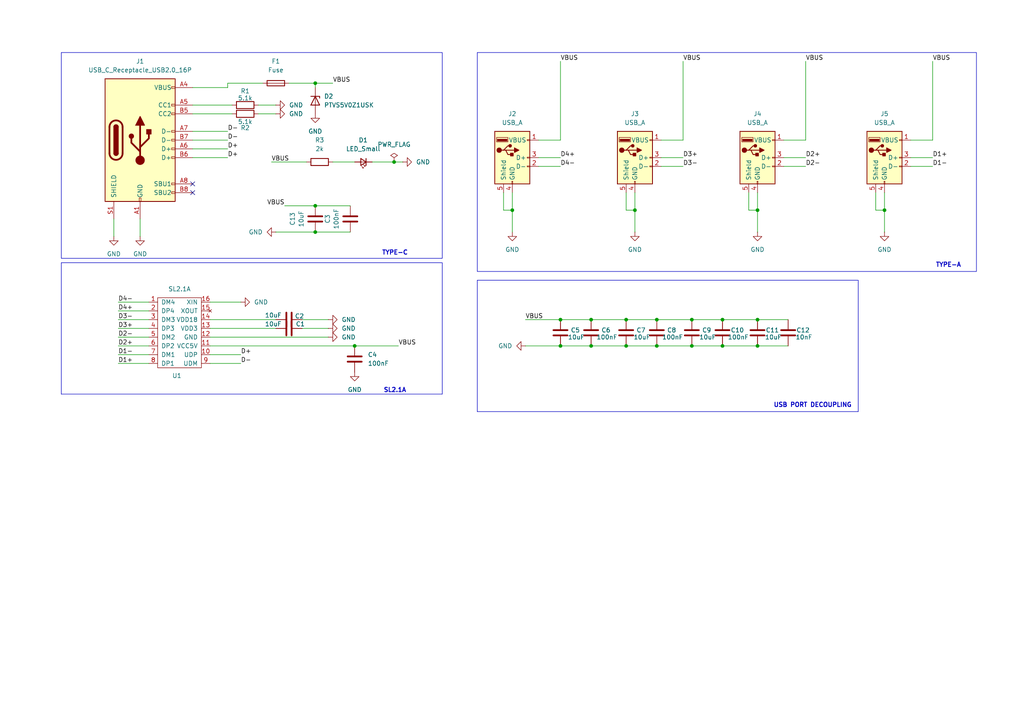
<source format=kicad_sch>
(kicad_sch (version 20250114) (generator "eeschema") (generator_version "9.0")
  (paper "A4")
  (title_block (title "SL2.1A, USB-C 2.0 IN, 4xUSB-A 2.0 OUT") (date "2024-10-26") (rev "v1.0") (company "Henry Wu") (comment 1 "USB-HUB draft"))
  (lib_symbols
    (symbol "Connector:USB_A" (pin_names (offset 1.016))
      (property "Reference" "J" (at -5.08 11.43 0))
      (property "Value" "USB_A" (at -5.08 8.89 0))
      (symbol "USB_A_0_1"
        (rectangle (start -5.08 -7.62) (end 5.08 7.62) (stroke (width 0.254)) (fill (type background)))
        (circle (center -3.81 2.159) (radius 0.635) (stroke (width 0.254)) (fill (type outline)))
        (polyline (pts (xy -3.175 2.159) (xy -2.54 2.159) (xy -1.27 3.429) (xy -0.635 3.429)) (stroke (width 0.254)))
        (polyline (pts (xy -2.54 2.159) (xy -1.905 2.159) (xy -1.27 0.889) (xy 0 0.889)) (stroke (width 0.254)))
        (rectangle (start -1.524 4.826) (end -4.318 5.334) (fill (type outline)))
        (rectangle (start -1.27 4.572) (end -4.572 5.842))
        (circle (center -0.635 3.429) (radius 0.381) (stroke (width 0.254)) (fill (type outline)))
        (rectangle (start -0.127 -7.62) (end 0.127 -6.858))
        (rectangle (start 0.254 1.27) (end -0.508 0.508) (stroke (width 0.254)) (fill (type outline)))
        (polyline (pts (xy 0.635 2.794) (xy 0.635 1.524) (xy 1.905 2.159) (xy 0.635 2.794)) (stroke (width 0.254)) (fill (type outline)))
        (rectangle (start 5.08 4.953) (end 4.318 5.207))
        (rectangle (start 5.08 -0.127) (end 4.318 0.127))
        (rectangle (start 5.08 -2.667) (end 4.318 -2.413))
      )
      (symbol "USB_A_1_1"
        (polyline (pts (xy -1.905 2.159) (xy 0.635 2.159)) (stroke (width 0.254)))
        (pin passive line (at -2.54 -10.16 90) (length 2.54) (name "Shield") (number "5"))
        (pin power_in line (at 0 -10.16 90) (length 2.54) (name "GND") (number "4"))
        (pin power_in line (at 7.62 5.08 180) (length 2.54) (name "VBUS") (number "1"))
        (pin bidirectional line (at 7.62 0 180) (length 2.54) (name "D+") (number "3"))
        (pin bidirectional line (at 7.62 -2.54 180) (length 2.54) (name "D-") (number "2"))
      )
    )
    (symbol "Connector:USB_C_Receptacle_USB2.0_16P" (pin_names (offset 1.016))
      (property "Reference" "J1" (at 0 22.86 0))
      (property "Value" "USB_C_Receptacle_USB2.0_16P" (at 0 20.32 0))
      (symbol "USB_C_Receptacle_USB2.0_16P_0_0"
        (rectangle (start -0.254 -17.78) (end 0.254 -16.764))
        (rectangle (start 10.16 15.494) (end 9.144 14.986))
        (rectangle (start 10.16 10.414) (end 9.144 9.906))
        (rectangle (start 10.16 7.874) (end 9.144 7.366))
        (rectangle (start 10.16 2.794) (end 9.144 2.286))
        (rectangle (start 10.16 0.254) (end 9.144 -0.254))
        (rectangle (start 10.16 -2.286) (end 9.144 -2.794))
        (rectangle (start 10.16 -4.826) (end 9.144 -5.334))
        (rectangle (start 10.16 -12.446) (end 9.144 -12.954))
        (rectangle (start 10.16 -14.986) (end 9.144 -15.494))
      )
      (symbol "USB_C_Receptacle_USB2.0_16P_0_1"
        (rectangle (start -10.16 17.78) (end 10.16 -17.78) (stroke (width 0.254)) (fill (type background)))
        (polyline (pts (xy -8.89 -3.81) (xy -8.89 3.81)) (stroke (width 0.508)))
        (rectangle (start -7.62 -3.81) (end -6.35 3.81) (stroke (width 0.254)) (fill (type outline)))
        (arc (start -7.62 3.81) (mid -6.985 4.4423) (end -6.35 3.81) (stroke (width 0.254)))
        (arc (start -7.62 3.81) (mid -6.985 4.4423) (end -6.35 3.81) (stroke (width 0.254)) (fill (type outline)))
        (arc (start -8.89 3.81) (mid -6.985 5.7067) (end -5.08 3.81) (stroke (width 0.508)))
        (arc (start -5.08 -3.81) (mid -6.985 -5.7067) (end -8.89 -3.81) (stroke (width 0.508)))
        (arc (start -6.35 -3.81) (mid -6.985 -4.4423) (end -7.62 -3.81) (stroke (width 0.254)))
        (arc (start -6.35 -3.81) (mid -6.985 -4.4423) (end -7.62 -3.81) (stroke (width 0.254)) (fill (type outline)))
        (polyline (pts (xy -5.08 3.81) (xy -5.08 -3.81)) (stroke (width 0.508)))
        (circle (center -2.54 1.143) (radius 0.635) (stroke (width 0.254)) (fill (type outline)))
        (polyline (pts (xy -1.27 4.318) (xy 0 6.858) (xy 1.27 4.318) (xy -1.27 4.318)) (stroke (width 0.254)) (fill (type outline)))
        (polyline (pts (xy 0 -2.032) (xy 2.54 0.508) (xy 2.54 1.778)) (stroke (width 0.508)))
        (polyline (pts (xy 0 -3.302) (xy -2.54 -0.762) (xy -2.54 0.508)) (stroke (width 0.508)))
        (polyline (pts (xy 0 -5.842) (xy 0 4.318)) (stroke (width 0.508)))
        (circle (center 0 -5.842) (radius 1.27) (fill (type outline)))
        (rectangle (start 1.905 1.778) (end 3.175 3.048) (stroke (width 0.254)) (fill (type outline)))
      )
      (symbol "USB_C_Receptacle_USB2.0_16P_1_1"
        (pin passive line (at -7.62 -22.86 90) (length 5.08) (name "SHIELD") (number "S1"))
        (pin passive line (at 0 -22.86 90) (length 5.08) (name "GND") (number "A1"))
        (pin passive line (at 0 -22.86 90) (length 5.08) (hide yes) (name "GND") (number "A12"))
        (pin passive line (at 0 -22.86 90) (length 5.08) (hide yes) (name "GND") (number "B1"))
        (pin passive line (at 0 -22.86 90) (length 5.08) (hide yes) (name "GND") (number "B12"))
        (pin power_out line (at 15.24 15.24 180) (length 5.08) (name "VBUS") (number "A4"))
        (pin passive line (at 15.24 15.24 180) (length 5.08) (hide yes) (name "VBUS") (number "A9"))
        (pin passive line (at 15.24 15.24 180) (length 5.08) (hide yes) (name "VBUS") (number "B4"))
        (pin passive line (at 15.24 15.24 180) (length 5.08) (hide yes) (name "VBUS") (number "B9"))
        (pin bidirectional line (at 15.24 10.16 180) (length 5.08) (name "CC1") (number "A5"))
        (pin bidirectional line (at 15.24 7.62 180) (length 5.08) (name "CC2") (number "B5"))
        (pin bidirectional line (at 15.24 2.54 180) (length 5.08) (name "D-") (number "A7"))
        (pin bidirectional line (at 15.24 0 180) (length 5.08) (name "D-") (number "B7"))
        (pin bidirectional line (at 15.24 -2.54 180) (length 5.08) (name "D+") (number "A6"))
        (pin bidirectional line (at 15.24 -5.08 180) (length 5.08) (name "D+") (number "B6"))
        (pin bidirectional line (at 15.24 -12.7 180) (length 5.08) (name "SBU1") (number "A8"))
        (pin bidirectional line (at 15.24 -15.24 180) (length 5.08) (name "SBU2") (number "B8"))
      )
    )
    (symbol "Device:C" (pin_numbers (hide yes)) (pin_names (offset 0.254))
      (property "Reference" "C" (at 0.635 2.54 0))
      (property "Value" "C" (at 0.635 -2.54 0))
      (symbol "C_0_1"
        (polyline (pts (xy -2.032 0.762) (xy 2.032 0.762)) (stroke (width 0.508)))
        (polyline (pts (xy -2.032 -0.762) (xy 2.032 -0.762)) (stroke (width 0.508)))
      )
      (symbol "C_1_1"
        (pin passive line (at 0 3.81 270) (length 2.794) (name "~") (number "1"))
        (pin passive line (at 0 -3.81 90) (length 2.794) (name "~") (number "2"))
      )
    )
    (symbol "Device:Fuse" (pin_numbers (hide yes)) (pin_names (offset 0))
      (property "Reference" "F" (at 2.032 0 90))
      (property "Value" "Fuse" (at -1.905 0 90))
      (symbol "Fuse_0_1"
        (rectangle (start -0.762 -2.54) (end 0.762 2.54) (stroke (width 0.254)))
        (polyline (pts (xy 0 2.54) (xy 0 -2.54)))
      )
      (symbol "Fuse_1_1"
        (pin passive line (at 0 3.81 270) (length 1.27) (name "~") (number "1"))
        (pin passive line (at 0 -3.81 90) (length 1.27) (name "~") (number "2"))
      )
    )
    (symbol "Device:LED_Small" (pin_numbers (hide yes)) (pin_names (offset 0.254) (hide yes))
      (property "Reference" "D" (at -1.27 3.175 0))
      (property "Value" "LED_Small" (at -4.445 -2.54 0))
      (symbol "LED_Small_0_1"
        (polyline (pts (xy -0.762 -1.016) (xy -0.762 1.016)) (stroke (width 0.254)))
        (polyline (pts (xy 0 0.762) (xy -0.508 1.27) (xy -0.254 1.27) (xy -0.508 1.27) (xy -0.508 1.016)))
        (polyline (pts (xy 0.508 1.27) (xy 0 1.778) (xy 0.254 1.778) (xy 0 1.778) (xy 0 1.524)))
        (polyline (pts (xy 0.762 -1.016) (xy -0.762 0) (xy 0.762 1.016) (xy 0.762 -1.016)) (stroke (width 0.254)))
        (polyline (pts (xy 1.016 0) (xy -0.762 0)))
      )
      (symbol "LED_Small_1_1"
        (pin passive line (at -2.54 0 0) (length 1.778) (name "K") (number "1"))
        (pin passive line (at 2.54 0 180) (length 1.778) (name "A") (number "2"))
      )
    )
    (symbol "Device:R" (pin_numbers (hide yes)) (pin_names (offset 0))
      (property "Reference" "R" (at 2.032 0 90))
      (property "Value" "R" (at 0 0 90))
      (symbol "R_0_1"
        (rectangle (start -1.016 -2.54) (end 1.016 2.54) (stroke (width 0.254)))
      )
      (symbol "R_1_1"
        (pin passive line (at 0 3.81 270) (length 1.27) (name "~") (number "1"))
        (pin passive line (at 0 -3.81 90) (length 1.27) (name "~") (number "2"))
      )
    )
    (symbol "Diode:PTVS5V0Z1USK" (pin_numbers (hide yes)) (pin_names (hide yes))
      (property "Reference" "D" (at 0 2.54 0))
      (property "Value" "PTVS5V0Z1USK" (at 0 -2.54 0))
      (symbol "PTVS5V0Z1USK_0_1"
        (polyline (pts (xy -1.27 -1.27) (xy -1.27 1.27) (xy -0.762 1.27)) (stroke (width 0.254)))
        (polyline (pts (xy 1.27 0) (xy -1.27 0)))
        (polyline (pts (xy 1.27 -1.27) (xy 1.27 1.27) (xy -1.27 0) (xy 1.27 -1.27)) (stroke (width 0.254)))
      )
      (symbol "PTVS5V0Z1USK_1_1"
        (pin passive line (at -3.81 0 0) (length 2.54) (name "K") (number "1"))
        (pin passive line (at 3.81 0 180) (length 2.54) (name "A") (number "2"))
      )
    )
    (symbol "SL2.1A:SL2.1A" (pin_names (offset 1.016))
      (property "Reference" "U1" (at 0.508 -2.286 0))
      (property "Value" "SL2.1A" (at 1.27 22.86 0))
      (symbol "SL2.1A_0_1"
        (rectangle (start -5.08 20.32) (end 7.62 0))
      )
      (symbol "SL2.1A_1_1"
        (pin output line (at -7.62 19.05 0) (length 2.54) (name "DM4") (number "1"))
        (pin output line (at -7.62 16.51 0) (length 2.54) (name "DP4") (number "2"))
        (pin output line (at -7.62 13.97 0) (length 2.54) (name "DM3") (number "3"))
        (pin output line (at -7.62 11.43 0) (length 2.54) (name "DP3") (number "4"))
        (pin output line (at -7.62 8.89 0) (length 2.54) (name "DM2") (number "5"))
        (pin output line (at -7.62 6.35 0) (length 2.54) (name "DP2") (number "6"))
        (pin output line (at -7.62 3.81 0) (length 2.54) (name "DM1") (number "7"))
        (pin output line (at -7.62 1.27 0) (length 2.54) (name "DP1") (number "8"))
        (pin power_in line (at 10.16 19.05 180) (length 2.54) (name "XIN") (number "16"))
        (pin no_connect line (at 10.16 16.51 180) (length 2.54) (name "XOUT") (number "15"))
        (pin power_out line (at 10.16 13.97 180) (length 2.54) (name "VDD18") (number "14"))
        (pin power_out line (at 10.16 11.43 180) (length 2.54) (name "VDD3") (number "13"))
        (pin power_in line (at 10.16 8.89 180) (length 2.54) (name "GND") (number "12"))
        (pin power_out line (at 10.16 6.35 180) (length 2.54) (name "VCC5V") (number "11"))
        (pin input line (at 10.16 3.81 180) (length 2.54) (name "UDP") (number "10"))
        (pin input line (at 10.16 1.27 180) (length 2.54) (name "UDM") (number "9"))
      )
    )
    (symbol "power:GND" (power) (pin_numbers (hide yes)) (pin_names (offset 0) (hide yes))
      (property "Value" "GND" (at 0 -3.81 0))
      (symbol "GND_0_1"
        (polyline (pts (xy 0 0) (xy 0 -1.27) (xy 1.27 -1.27) (xy 0 -2.54) (xy -1.27 -1.27) (xy 0 -1.27)))
      )
      (symbol "GND_1_1"
        (pin power_in line (at 0 0 270) (length 0) (name "~") (number "1"))
      )
    )
    (symbol "power:PWR_FLAG" (power) (pin_numbers (hide yes)) (pin_names (offset 0) (hide yes))
      (property "Value" "PWR_FLAG" (at 0 3.81 0))
      (symbol "PWR_FLAG_0_0"
        (pin power_out line (at 0 0 90) (length 0) (name "~") (number "1"))
      )
      (symbol "PWR_FLAG_0_1"
        (polyline (pts (xy 0 0) (xy 0 1.27) (xy -1.016 1.905) (xy 0 2.54) (xy 1.016 1.905) (xy 0 1.27)))
      )
    )
  )
  (rectangle (start 138.43 15.24) (end 283.21 78.74))
  (rectangle (start 17.78 15.24) (end 128.27 74.93))
  (text "TYPE-C" (at 114.554 73.406 0) (effects (font (size 1.27 1.27) (thickness 0.254) (bold yes))))
  (text "TYPE-A" (at 275.082 76.962 0) (effects (font (size 1.27 1.27) (thickness 0.254) (bold yes))))
  (text "SL2.1A" (at 114.554 113.284 0) (effects (font (size 1.27 1.27) (thickness 0.254) (bold yes))))
  (text "USB PORT DECOUPLING\n" (at 235.712 117.602 0) (effects (font (size 1.27 1.27) (thickness 0.254) (bold yes))))
  (junction (at 200.66 100.33))
  (junction (at 219.71 100.33))
  (junction (at 190.5 100.33))
  (junction (at 181.61 92.71))
  (junction (at 184.15 60.96))
  (junction (at 162.56 100.33))
  (junction (at 171.45 92.71))
  (junction (at 256.54 60.96))
  (junction (at 219.71 60.96))
  (junction (at 91.44 67.31))
  (junction (at 171.45 100.33))
  (junction (at 209.55 100.33))
  (junction (at 91.44 24.13))
  (junction (at 209.55 92.71))
  (junction (at 181.61 100.33))
  (junction (at 91.44 59.69))
  (junction (at 219.71 92.71))
  (junction (at 114.3 46.99))
  (junction (at 162.56 92.71))
  (junction (at 200.66 92.71))
  (junction (at 148.59 60.96))
  (junction (at 190.5 92.71))
  (junction (at 102.87 100.33))
  (no_connect (at 55.88 53.34))
  (no_connect (at 55.88 55.88))
  (wire (pts (xy 200.66 92.71) (xy 209.55 92.71)))
  (wire (pts (xy 83.82 24.13) (xy 91.44 24.13)))
  (wire (pts (xy 91.44 25.4) (xy 91.44 24.13)))
  (wire (pts (xy 55.88 45.72) (xy 66.04 45.72)))
  (wire (pts (xy 66.04 24.13) (xy 76.2 24.13)))
  (wire (pts (xy 152.4 100.33) (xy 162.56 100.33)))
  (wire (pts (xy 264.16 40.64) (xy 270.51 40.64)))
  (wire (pts (xy 233.68 17.78) (xy 233.68 40.64)))
  (wire (pts (xy 171.45 100.33) (xy 181.61 100.33)))
  (wire (pts (xy 91.44 59.69) (xy 101.6 59.69)))
  (wire (pts (xy 200.66 100.33) (xy 209.55 100.33)))
  (wire (pts (xy 74.93 30.48) (xy 80.01 30.48)))
  (wire (pts (xy 34.29 105.41) (xy 43.18 105.41)))
  (polyline (pts (xy 128.27 114.3) (xy 128.27 76.2)))
  (wire (pts (xy 55.88 38.1) (xy 66.04 38.1)))
  (wire (pts (xy 190.5 100.33) (xy 200.66 100.33)))
  (wire (pts (xy 146.05 55.88) (xy 146.05 60.96)))
  (wire (pts (xy 254 60.96) (xy 256.54 60.96)))
  (wire (pts (xy 66.04 24.13) (xy 66.04 25.4)))
  (wire (pts (xy 227.33 48.26) (xy 233.68 48.26)))
  (wire (pts (xy 198.12 17.78) (xy 198.12 40.64)))
  (wire (pts (xy 156.21 40.64) (xy 162.56 40.64)))
  (wire (pts (xy 60.96 102.87) (xy 69.85 102.87)))
  (wire (pts (xy 209.55 92.71) (xy 219.71 92.71)))
  (wire (pts (xy 171.45 92.71) (xy 181.61 92.71)))
  (wire (pts (xy 162.56 100.33) (xy 171.45 100.33)))
  (wire (pts (xy 34.29 92.71) (xy 43.18 92.71)))
  (wire (pts (xy 87.63 92.71) (xy 95.25 92.71)))
  (wire (pts (xy 156.21 48.26) (xy 162.56 48.26)))
  (wire (pts (xy 33.02 63.5) (xy 33.02 68.58)))
  (wire (pts (xy 227.33 45.72) (xy 233.68 45.72)))
  (polyline (pts (xy 17.78 76.2) (xy 17.78 114.3)))
  (wire (pts (xy 181.61 60.96) (xy 184.15 60.96)))
  (wire (pts (xy 219.71 100.33) (xy 228.6 100.33)))
  (wire (pts (xy 256.54 60.96) (xy 256.54 67.31)))
  (wire (pts (xy 60.96 97.79) (xy 95.25 97.79)))
  (polyline (pts (xy 138.43 81.28) (xy 138.43 119.38)))
  (wire (pts (xy 60.96 95.25) (xy 80.01 95.25)))
  (wire (pts (xy 60.96 87.63) (xy 69.85 87.63)))
  (polyline (pts (xy 17.78 114.3) (xy 128.27 114.3)))
  (polyline (pts (xy 248.92 119.38) (xy 248.92 81.28)))
  (wire (pts (xy 34.29 90.17) (xy 43.18 90.17)))
  (wire (pts (xy 184.15 55.88) (xy 184.15 60.96)))
  (wire (pts (xy 55.88 40.64) (xy 66.04 40.64)))
  (polyline (pts (xy 248.92 81.28) (xy 138.43 81.28)))
  (wire (pts (xy 55.88 33.02) (xy 67.31 33.02)))
  (wire (pts (xy 55.88 30.48) (xy 67.31 30.48)))
  (wire (pts (xy 91.44 24.13) (xy 96.52 24.13)))
  (wire (pts (xy 96.52 46.99) (xy 102.87 46.99)))
  (wire (pts (xy 219.71 55.88) (xy 219.71 60.96)))
  (wire (pts (xy 34.29 102.87) (xy 43.18 102.87)))
  (wire (pts (xy 264.16 45.72) (xy 270.51 45.72)))
  (wire (pts (xy 78.74 46.99) (xy 88.9 46.99)))
  (wire (pts (xy 34.29 87.63) (xy 43.18 87.63)))
  (wire (pts (xy 227.33 40.64) (xy 233.68 40.64)))
  (wire (pts (xy 148.59 55.88) (xy 148.59 60.96)))
  (wire (pts (xy 60.96 105.41) (xy 69.85 105.41)))
  (wire (pts (xy 191.77 48.26) (xy 198.12 48.26)))
  (wire (pts (xy 256.54 55.88) (xy 256.54 60.96)))
  (wire (pts (xy 60.96 100.33) (xy 102.87 100.33)))
  (wire (pts (xy 34.29 100.33) (xy 43.18 100.33)))
  (wire (pts (xy 146.05 60.96) (xy 148.59 60.96)))
  (wire (pts (xy 181.61 100.33) (xy 190.5 100.33)))
  (wire (pts (xy 191.77 40.64) (xy 198.12 40.64)))
  (wire (pts (xy 217.17 55.88) (xy 217.17 60.96)))
  (wire (pts (xy 184.15 60.96) (xy 184.15 67.31)))
  (wire (pts (xy 190.5 92.71) (xy 200.66 92.71)))
  (wire (pts (xy 107.95 46.99) (xy 114.3 46.99)))
  (wire (pts (xy 91.44 67.31) (xy 101.6 67.31)))
  (wire (pts (xy 80.01 67.31) (xy 91.44 67.31)))
  (wire (pts (xy 148.59 60.96) (xy 148.59 67.31)))
  (wire (pts (xy 102.87 100.33) (xy 115.57 100.33)))
  (wire (pts (xy 66.04 25.4) (xy 55.88 25.4)))
  (wire (pts (xy 55.88 43.18) (xy 66.04 43.18)))
  (wire (pts (xy 87.63 95.25) (xy 95.25 95.25)))
  (wire (pts (xy 209.55 100.33) (xy 219.71 100.33)))
  (wire (pts (xy 34.29 97.79) (xy 43.18 97.79)))
  (wire (pts (xy 181.61 92.71) (xy 190.5 92.71)))
  (wire (pts (xy 217.17 60.96) (xy 219.71 60.96)))
  (wire (pts (xy 152.4 92.71) (xy 162.56 92.71)))
  (wire (pts (xy 270.51 17.78) (xy 270.51 40.64)))
  (wire (pts (xy 191.77 45.72) (xy 198.12 45.72)))
  (wire (pts (xy 80.01 33.02) (xy 74.93 33.02)))
  (wire (pts (xy 254 55.88) (xy 254 60.96)))
  (polyline (pts (xy 128.27 76.2) (xy 17.78 76.2)))
  (wire (pts (xy 264.16 48.26) (xy 270.51 48.26)))
  (wire (pts (xy 156.21 45.72) (xy 162.56 45.72)))
  (wire (pts (xy 82.55 59.69) (xy 91.44 59.69)))
  (wire (pts (xy 219.71 60.96) (xy 219.71 67.31)))
  (wire (pts (xy 34.29 95.25) (xy 43.18 95.25)))
  (polyline (pts (xy 138.43 119.38) (xy 248.92 119.38)))
  (wire (pts (xy 219.71 92.71) (xy 228.6 92.71)))
  (wire (pts (xy 162.56 92.71) (xy 171.45 92.71)))
  (wire (pts (xy 60.96 92.71) (xy 80.01 92.71)))
  (wire (pts (xy 40.64 63.5) (xy 40.64 68.58)))
  (wire (pts (xy 181.61 55.88) (xy 181.61 60.96)))
  (wire (pts (xy 114.3 46.99) (xy 116.84 46.99)))
  (wire (pts (xy 162.56 17.78) (xy 162.56 40.64)))
  (label "D3-" (at 34.29 92.71 0))
  (label "D4+" (at 34.29 90.17 0))
  (label "VBUS" (at 96.52 24.13 0) (effects (font (thickness 0.1588))))
  (label "D2+" (at 233.68 45.72 0))
  (label "D1+" (at 34.29 105.41 0))
  (label "VBUS" (at 115.57 100.33 0) (effects (font (thickness 0.1588))))
  (label "D-" (at 66.04 38.1 0) (effects (font (thickness 0.1588))))
  (label "VBUS" (at 233.68 17.78 0) (effects (font (thickness 0.1588))))
  (label "D2+" (at 34.29 100.33 0))
  (label "D4-" (at 34.29 87.63 0))
  (label "D+" (at 69.85 102.87 0))
  (label "D-" (at 66.04 40.64 0) (effects (font (thickness 0.1588))))
  (label "D2-" (at 233.68 48.26 0))
  (label "VBUS" (at 78.74 46.99 0) (effects (font (thickness 0.1588))))
  (label "VBUS" (at 152.4 92.71 0) (effects (font (thickness 0.1588))))
  (label "D3-" (at 198.12 48.26 0))
  (label "D1-" (at 34.29 102.87 0))
  (label "D-" (at 69.85 105.41 0))
  (label "D4+" (at 162.56 45.72 0))
  (label "VBUS" (at 198.12 17.78 0) (effects (font (thickness 0.1588))))
  (label "D3+" (at 198.12 45.72 0))
  (label "D+" (at 66.04 45.72 0) (effects (font (thickness 0.1588))))
  (label "D1-" (at 270.51 48.26 0))
  (label "D3+" (at 34.29 95.25 0))
  (label "D4-" (at 162.56 48.26 0))
  (label "VBUS" (at 162.56 17.78 0) (effects (font (thickness 0.1588))))
  (label "VBUS" (at 270.51 17.78 0) (effects (font (thickness 0.1588))))
  (label "VBUS" (at 82.55 59.69 180) (effects (font (thickness 0.1588))))
  (label "D+" (at 66.04 43.18 0) (effects (font (thickness 0.1588))))
  (label "D1+" (at 270.51 45.72 0))
  (label "D2-" (at 34.29 97.79 0))
  (symbol (lib_id "Device:C") (at 209.55 96.52 180) (unit 1)
    (property "Reference" "C10" (at 213.868 95.758 0))
    (property "Value" "100nF" (at 214.122 97.79 0))
    (property "Footprint" "Capacitor_SMD:C_0805_2012Metric" (effects (hide yes)))
    (property "Description" "Unpolarized capacitor" (effects (hide yes)))
  )
  (symbol (lib_id "power:GND") (at 102.87 107.95 0) (unit 1)
    (property "Reference" "#PWR06" (effects (hide yes)))
    (property "Value" "GND" (at 102.87 113.03 0))
    (property "Description" "Power symbol creates a global label with name \"GND\" , ground" (effects (hide yes)))
  )
  (symbol (lib_id "Device:C") (at 228.6 96.52 180) (unit 1)
    (property "Reference" "C12" (at 232.918 95.758 0))
    (property "Value" "10nF" (at 233.172 97.79 0))
    (property "Footprint" "Capacitor_SMD:C_0805_2012Metric" (effects (hide yes)))
    (property "Description" "Unpolarized capacitor" (effects (hide yes)))
  )
  (symbol (lib_id "power:GND") (at 152.4 100.33 270) (unit 1)
    (property "Reference" "#PWR016" (effects (hide yes)))
    (property "Value" "GND" (at 148.59 100.3299 90) (effects (justify right)))
    (property "Description" "Power symbol creates a global label with name \"GND\" , ground" (effects (hide yes)))
  )
  (symbol (lib_id "power:GND") (at 91.44 33.02 0) (unit 1)
    (property "Reference" "#PWR017" (effects (hide yes)))
    (property "Value" "GND" (at 91.44 38.1 0))
    (property "Description" "Power symbol creates a global label with name \"GND\" , ground" (effects (hide yes)))
  )
  (symbol (lib_id "power:GND") (at 219.71 67.31 0) (unit 1)
    (property "Reference" "#PWR011" (effects (hide yes)))
    (property "Value" "GND" (at 219.71 72.39 0))
    (property "Description" "Power symbol creates a global label with name \"GND\" , ground" (effects (hide yes)))
  )
  (symbol (lib_id "Connector:USB_C_Receptacle_USB2.0_16P") (at 40.64 40.64 0) (unit 1)
    (property "Reference" "J1" (at 40.64 17.78 0))
    (property "Value" "USB_C_Receptacle_USB2.0_16P" (at 40.64 20.32 0))
    (property "Footprint" "Connector_USB:USB_C_Receptacle_GCT_USB4105-xx-A_16P_TopMnt_Horizontal" (effects (hide yes)))
    (property "Datasheet" "https://www.usb.org/sites/default/files/documents/usb_type-c.zip" (effects (hide yes)))
    (property "Description" "USB 2.0-only 16P Type-C Receptacle connector" (effects (hide yes)))
  )
  (symbol (lib_id "Device:C") (at 83.82 95.25 90) (unit 1)
    (property "Reference" "C1" (at 87.122 93.98 90))
    (property "Value" "10uF" (at 79.248 93.98 90))
    (property "Footprint" "Capacitor_SMD:C_0805_2012Metric" (effects (hide yes)))
    (property "Description" "Unpolarized capacitor" (effects (hide yes)))
  )
  (symbol (lib_id "power:GND") (at 80.01 30.48 90) (unit 1)
    (property "Reference" "#PWR05" (effects (hide yes)))
    (property "Value" "GND" (at 83.82 30.4799 90) (effects (justify right)))
    (property "Description" "Power symbol creates a global label with name \"GND\" , ground" (effects (hide yes)))
  )
  (symbol (lib_id "Device:C") (at 200.66 96.52 180) (unit 1)
    (property "Reference" "C9" (at 204.978 95.758 0))
    (property "Value" "10uF" (at 205.232 97.79 0))
    (property "Footprint" "Capacitor_SMD:C_0805_2012Metric" (effects (hide yes)))
    (property "Description" "Unpolarized capacitor" (effects (hide yes)))
  )
  (symbol (lib_id "Connector:USB_A") (at 148.59 45.72 0) (unit 1)
    (property "Reference" "J2" (at 148.59 33.02 0))
    (property "Value" "USB_A" (at 148.59 35.56 0))
    (property "Footprint" "Connector_USB:USB_A_Molex_67643_Horizontal" (effects (hide yes)))
    (property "Description" "USB Type A connector" (effects (hide yes)))
  )
  (symbol (lib_id "Device:C") (at 219.71 96.52 180) (unit 1)
    (property "Reference" "C11" (at 224.028 95.758 0))
    (property "Value" "10uF" (at 224.282 97.79 0))
    (property "Footprint" "Capacitor_SMD:C_0805_2012Metric" (effects (hide yes)))
    (property "Description" "Unpolarized capacitor" (effects (hide yes)))
  )
  (symbol (lib_id "Connector:USB_A") (at 184.15 45.72 0) (unit 1)
    (property "Reference" "J3" (at 184.15 33.02 0))
    (property "Value" "USB_A" (at 184.15 35.56 0))
    (property "Footprint" "Connector_USB:USB_A_Molex_67643_Horizontal" (effects (hide yes)))
    (property "Description" "USB Type A connector" (effects (hide yes)))
  )
  (symbol (lib_id "power:GND") (at 95.25 92.71 90) (unit 1)
    (property "Reference" "#PWR02" (effects (hide yes)))
    (property "Value" "GND" (at 99.06 92.7099 90) (effects (justify right)))
    (property "Description" "Power symbol creates a global label with name \"GND\" , ground" (effects (hide yes)))
  )
  (symbol (lib_id "Diode:PTVS5V0Z1USK") (at 91.44 29.21 270) (unit 1)
    (property "Reference" "D2" (at 93.98 27.9399 90) (effects (justify left)))
    (property "Value" "PTVS5V0Z1USK" (at 93.98 30.4799 90) (effects (justify left)))
    (property "Footprint" "Diode_SMD:Nexperia_DSN1608-2_1.6x0.8mm" (effects (hide yes)))
    (property "Datasheet" "https://assets.nexperia.com/documents/data-sheet/PTVS5V0Z1USK.pdf" (effects (hide yes)))
    (property "Description" "5V, 1200W TVS unidirectional diode, DSN1608-2" (effects (hide yes)))
  )
  (symbol (lib_id "power:GND") (at 80.01 67.31 270) (unit 1)
    (property "Reference" "#PWR014" (effects (hide yes)))
    (property "Value" "GND" (at 76.2 67.3099 90) (effects (justify right)))
    (property "Description" "Power symbol creates a global label with name \"GND\" , ground" (effects (hide yes)))
  )
  (symbol (lib_id "Device:C") (at 190.5 96.52 180) (unit 1)
    (property "Reference" "C8" (at 194.818 95.758 0))
    (property "Value" "100nF" (at 195.072 97.79 0))
    (property "Footprint" "Capacitor_SMD:C_0805_2012Metric" (effects (hide yes)))
    (property "Description" "Unpolarized capacitor" (effects (hide yes)))
  )
  (symbol (lib_id "power:GND") (at 33.02 68.58 0) (unit 1)
    (property "Reference" "#PWR015" (effects (hide yes)))
    (property "Value" "GND" (at 33.02 73.66 0))
    (property "Description" "Power symbol creates a global label with name \"GND\" , ground" (effects (hide yes)))
  )
  (symbol (lib_id "Device:C") (at 102.87 104.14 0) (unit 1)
    (property "Reference" "C4" (at 106.68 102.8699 0) (effects (justify left)))
    (property "Value" "100nF" (at 106.68 105.4099 0) (effects (justify left)))
    (property "Footprint" "Capacitor_SMD:C_0805_2012Metric" (effects (hide yes)))
    (property "Description" "Unpolarized capacitor" (effects (hide yes)))
  )
  (symbol (lib_id "Device:R") (at 71.12 30.48 90) (unit 1)
    (property "Reference" "R1" (at 71.12 26.416 90))
    (property "Value" "5.1k" (at 71.12 28.448 90))
    (property "Footprint" "Resistor_SMD:R_0805_2012Metric" (effects (hide yes)))
    (property "Description" "Resistor" (effects (hide yes)))
  )
  (symbol (lib_id "power:GND") (at 80.01 33.02 90) (unit 1)
    (property "Reference" "#PWR08" (effects (hide yes)))
    (property "Value" "GND" (at 83.82 33.0199 90) (effects (justify right)))
    (property "Description" "Power symbol creates a global label with name \"GND\" , ground" (effects (hide yes)))
  )
  (symbol (lib_id "Device:LED_Small") (at 105.41 46.99 180) (unit 1)
    (property "Reference" "D1" (at 105.3465 40.64 0))
    (property "Value" "LED_Small" (at 105.3465 43.18 0))
    (property "Footprint" "LED_SMD:LED_0805_2012Metric" (effects (hide yes)))
    (property "Description" "Light emitting diode, small symbol" (effects (hide yes)))
  )
  (symbol (lib_id "power:GND") (at 40.64 68.58 0) (unit 1)
    (property "Reference" "#PWR04" (effects (hide yes)))
    (property "Value" "GND" (at 40.64 73.66 0))
    (property "Description" "Power symbol creates a global label with name \"GND\" , ground" (effects (hide yes)))
  )
  (symbol (lib_id "Device:R") (at 71.12 33.02 90) (unit 1)
    (property "Reference" "R2" (at 71.12 37.084 90))
    (property "Value" "5.1k" (at 71.12 35.306 90))
    (property "Footprint" "Resistor_SMD:R_0805_2012Metric" (effects (hide yes)))
    (property "Description" "Resistor" (effects (hide yes)))
  )
  (symbol (lib_id "Connector:USB_A") (at 256.54 45.72 0) (unit 1)
    (property "Reference" "J5" (at 256.54 33.02 0))
    (property "Value" "USB_A" (at 256.54 35.56 0))
    (property "Footprint" "Connector_USB:USB_A_Molex_67643_Horizontal" (effects (hide yes)))
    (property "Description" "USB Type A connector" (effects (hide yes)))
  )
  (symbol (lib_id "power:PWR_FLAG") (at 114.3 46.99 0) (unit 1)
    (property "Reference" "#FLG01" (effects (hide yes)))
    (property "Value" "PWR_FLAG" (at 114.3 41.91 0))
    (property "Description" "Special symbol for telling ERC where power comes from" (effects (hide yes)))
  )
  (symbol (lib_id "power:GND") (at 116.84 46.99 90) (unit 1)
    (property "Reference" "#PWR01" (effects (hide yes)))
    (property "Value" "GND" (at 120.65 46.9899 90) (effects (justify right)))
    (property "Description" "Power symbol creates a global label with name \"GND\" , ground" (effects (hide yes)))
  )
  (symbol (lib_id "Device:C") (at 83.82 92.71 90) (unit 1)
    (property "Reference" "C2" (at 86.868 91.694 90))
    (property "Value" "10uF" (at 79.248 91.44 90))
    (property "Footprint" "Capacitor_SMD:C_0805_2012Metric" (effects (hide yes)))
    (property "Description" "Unpolarized capacitor" (effects (hide yes)))
  )
  (symbol (lib_id "power:GND") (at 184.15 67.31 0) (unit 1)
    (property "Reference" "#PWR09" (effects (hide yes)))
    (property "Value" "GND" (at 184.15 72.39 0))
    (property "Description" "Power symbol creates a global label with name \"GND\" , ground" (effects (hide yes)))
  )
  (symbol (lib_id "power:GND") (at 69.85 87.63 90) (unit 1)
    (property "Reference" "#PWR03" (effects (hide yes)))
    (property "Value" "GND" (at 73.66 87.6299 90) (effects (justify right)))
    (property "Description" "Power symbol creates a global label with name \"GND\" , ground" (effects (hide yes)))
  )
  (symbol (lib_id "power:GND") (at 95.25 95.25 90) (unit 1)
    (property "Reference" "#PWR010" (effects (hide yes)))
    (property "Value" "GND" (at 99.06 95.2499 90) (effects (justify right)))
    (property "Description" "Power symbol creates a global label with name \"GND\" , ground" (effects (hide yes)))
  )
  (symbol (lib_id "power:GND") (at 95.25 97.79 90) (unit 1)
    (property "Reference" "#PWR012" (effects (hide yes)))
    (property "Value" "GND" (at 99.06 97.7899 90) (effects (justify right)))
    (property "Description" "Power symbol creates a global label with name \"GND\" , ground" (effects (hide yes)))
  )
  (symbol (lib_id "SL2.1A:SL2.1A") (at 50.8 106.68 0) (unit 1)
    (property "Reference" "U1" (at 51.308 108.966 0))
    (property "Value" "SL2.1A" (at 52.07 83.82 0))
    (property "Footprint" "Package_SO:SOIC-16_4.55x10.3mm_P1.27mm" (effects (hide yes)))
  )
  (symbol (lib_id "Device:C") (at 91.44 63.5 180) (unit 1)
    (property "Reference" "C13" (at 84.836 63.5 90))
    (property "Value" "10uF" (at 87.376 63.5 90))
    (property "Footprint" "Capacitor_SMD:C_0805_2012Metric" (effects (hide yes)))
    (property "Description" "Unpolarized capacitor" (effects (hide yes)))
  )
  (symbol (lib_id "power:GND") (at 256.54 67.31 0) (unit 1)
    (property "Reference" "#PWR013" (effects (hide yes)))
    (property "Value" "GND" (at 256.54 72.39 0))
    (property "Description" "Power symbol creates a global label with name \"GND\" , ground" (effects (hide yes)))
  )
  (symbol (lib_id "Device:R") (at 92.71 46.99 90) (unit 1)
    (property "Reference" "R3" (at 92.71 40.64 90))
    (property "Value" "2k" (at 92.71 43.18 90))
    (property "Footprint" "Resistor_SMD:R_0805_2012Metric" (effects (hide yes)))
    (property "Description" "Resistor" (effects (hide yes)))
  )
  (symbol (lib_id "Device:C") (at 181.61 96.52 180) (unit 1)
    (property "Reference" "C7" (at 185.928 95.758 0))
    (property "Value" "10uF" (at 186.182 97.79 0))
    (property "Footprint" "Capacitor_SMD:C_0805_2012Metric" (effects (hide yes)))
    (property "Description" "Unpolarized capacitor" (effects (hide yes)))
  )
  (symbol (lib_id "power:GND") (at 148.59 67.31 0) (unit 1)
    (property "Reference" "#PWR07" (effects (hide yes)))
    (property "Value" "GND" (at 148.59 72.39 0))
    (property "Description" "Power symbol creates a global label with name \"GND\" , ground" (effects (hide yes)))
  )
  (symbol (lib_id "Device:C") (at 162.56 96.52 180) (unit 1)
    (property "Reference" "C5" (at 166.878 95.758 0))
    (property "Value" "10uF" (at 167.132 97.79 0))
    (property "Footprint" "Capacitor_SMD:C_0805_2012Metric" (effects (hide yes)))
    (property "Description" "Unpolarized capacitor" (effects (hide yes)))
  )
  (symbol (lib_id "Connector:USB_A") (at 219.71 45.72 0) (unit 1)
    (property "Reference" "J4" (at 219.71 33.02 0))
    (property "Value" "USB_A" (at 219.71 35.56 0))
    (property "Footprint" "Connector_USB:USB_A_Molex_67643_Horizontal" (effects (hide yes)))
    (property "Description" "USB Type A connector" (effects (hide yes)))
  )
  (symbol (lib_id "Device:C") (at 171.45 96.52 180) (unit 1)
    (property "Reference" "C6" (at 175.768 95.758 0))
    (property "Value" "100nF" (at 176.022 97.79 0))
    (property "Footprint" "Capacitor_SMD:C_0805_2012Metric" (effects (hide yes)))
    (property "Description" "Unpolarized capacitor" (effects (hide yes)))
  )
  (symbol (lib_id "Device:Fuse") (at 80.01 24.13 90) (unit 1)
    (property "Reference" "F1" (at 80.01 17.78 90))
    (property "Value" "Fuse" (at 80.01 20.32 90))
    (property "Description" "Fuse" (effects (hide yes)))
  )
  (symbol (lib_id "Device:C") (at 101.6 63.5 180) (unit 1)
    (property "Reference" "C3" (at 94.996 63.5 90))
    (property "Value" "100nF" (at 97.536 63.5 90))
    (property "Footprint" "Capacitor_SMD:C_0805_2012Metric" (effects (hide yes)))
    (property "Description" "Unpolarized capacitor" (effects (hide yes)))
  )
)
</source>
